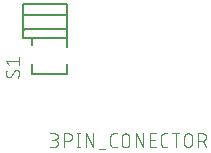
<source format=gbr>
G04 EAGLE Gerber X2 export*
%TF.Part,Single*%
%TF.FileFunction,Legend,Top,1*%
%TF.FilePolarity,Positive*%
%TF.GenerationSoftware,Autodesk,EAGLE,9.1.0*%
%TF.CreationDate,2020-08-17T16:39:21Z*%
G75*
%MOMM*%
%FSLAX34Y34*%
%LPD*%
%AMOC8*
5,1,8,0,0,1.08239X$1,22.5*%
G01*
%ADD10C,0.127000*%
%ADD11C,0.101600*%


D10*
X50000Y93400D02*
X80000Y93400D01*
X80000Y100400D02*
X44500Y100400D01*
X42500Y112400D02*
X80000Y112400D01*
X80000Y121400D02*
X42500Y121400D01*
X44500Y100400D02*
X44413Y100398D01*
X44326Y100392D01*
X44239Y100383D01*
X44153Y100370D01*
X44067Y100353D01*
X43982Y100332D01*
X43899Y100307D01*
X43816Y100279D01*
X43735Y100248D01*
X43655Y100213D01*
X43577Y100174D01*
X43500Y100132D01*
X43425Y100087D01*
X43353Y100038D01*
X43282Y99987D01*
X43214Y99932D01*
X43149Y99875D01*
X43086Y99814D01*
X43025Y99751D01*
X42968Y99686D01*
X42913Y99618D01*
X42862Y99547D01*
X42813Y99475D01*
X42768Y99400D01*
X42726Y99323D01*
X42687Y99245D01*
X42652Y99165D01*
X42621Y99084D01*
X42593Y99001D01*
X42568Y98918D01*
X42547Y98833D01*
X42530Y98747D01*
X42517Y98661D01*
X42508Y98574D01*
X42502Y98487D01*
X42500Y98400D01*
X42500Y93400D01*
X50000Y93400D01*
X80000Y93400D02*
X80000Y100400D01*
X80000Y112400D02*
X80000Y121400D01*
X80000Y112400D02*
X80000Y100400D01*
X42500Y112400D02*
X42500Y121400D01*
X42500Y112400D02*
X42500Y98900D01*
X50000Y93400D02*
X50000Y86900D01*
X80000Y85400D02*
X80000Y93400D01*
X50000Y70900D02*
X50000Y62400D01*
X80000Y62400D01*
X80000Y70900D01*
D11*
X39483Y63296D02*
X39481Y63395D01*
X39475Y63495D01*
X39466Y63594D01*
X39453Y63693D01*
X39435Y63791D01*
X39415Y63888D01*
X39390Y63984D01*
X39362Y64080D01*
X39330Y64174D01*
X39295Y64267D01*
X39256Y64359D01*
X39213Y64449D01*
X39167Y64537D01*
X39118Y64624D01*
X39066Y64708D01*
X39010Y64791D01*
X38951Y64871D01*
X38889Y64949D01*
X38825Y65025D01*
X38757Y65098D01*
X38687Y65168D01*
X38614Y65236D01*
X38538Y65300D01*
X38460Y65362D01*
X38380Y65421D01*
X38297Y65477D01*
X38213Y65529D01*
X38126Y65578D01*
X38038Y65624D01*
X37948Y65667D01*
X37856Y65706D01*
X37763Y65741D01*
X37669Y65773D01*
X37573Y65801D01*
X37477Y65826D01*
X37380Y65846D01*
X37282Y65864D01*
X37183Y65877D01*
X37084Y65886D01*
X36985Y65892D01*
X36885Y65894D01*
X39482Y63296D02*
X39480Y63152D01*
X39474Y63007D01*
X39465Y62863D01*
X39452Y62719D01*
X39435Y62576D01*
X39414Y62433D01*
X39389Y62291D01*
X39361Y62149D01*
X39329Y62008D01*
X39293Y61868D01*
X39254Y61730D01*
X39211Y61592D01*
X39164Y61455D01*
X39114Y61320D01*
X39060Y61186D01*
X39003Y61053D01*
X38942Y60922D01*
X38878Y60793D01*
X38810Y60665D01*
X38739Y60539D01*
X38665Y60415D01*
X38588Y60293D01*
X38507Y60174D01*
X38423Y60056D01*
X38336Y59941D01*
X38247Y59828D01*
X38154Y59717D01*
X38058Y59609D01*
X37960Y59503D01*
X37859Y59400D01*
X30391Y59724D02*
X30291Y59726D01*
X30192Y59732D01*
X30093Y59741D01*
X29994Y59754D01*
X29896Y59772D01*
X29799Y59792D01*
X29703Y59817D01*
X29607Y59845D01*
X29513Y59877D01*
X29420Y59912D01*
X29328Y59951D01*
X29238Y59994D01*
X29150Y60040D01*
X29063Y60089D01*
X28979Y60141D01*
X28896Y60197D01*
X28816Y60256D01*
X28738Y60318D01*
X28662Y60382D01*
X28589Y60450D01*
X28519Y60520D01*
X28451Y60593D01*
X28387Y60669D01*
X28325Y60747D01*
X28266Y60827D01*
X28210Y60910D01*
X28158Y60994D01*
X28109Y61081D01*
X28063Y61169D01*
X28020Y61259D01*
X27981Y61351D01*
X27946Y61444D01*
X27914Y61538D01*
X27886Y61634D01*
X27861Y61730D01*
X27841Y61827D01*
X27823Y61925D01*
X27810Y62024D01*
X27801Y62123D01*
X27795Y62222D01*
X27793Y62322D01*
X27794Y62322D02*
X27796Y62458D01*
X27802Y62594D01*
X27811Y62730D01*
X27824Y62866D01*
X27842Y63001D01*
X27862Y63136D01*
X27887Y63270D01*
X27915Y63403D01*
X27948Y63535D01*
X27983Y63667D01*
X28023Y63797D01*
X28066Y63927D01*
X28113Y64055D01*
X28163Y64181D01*
X28217Y64306D01*
X28274Y64430D01*
X28335Y64552D01*
X28399Y64672D01*
X28466Y64791D01*
X28537Y64907D01*
X28611Y65022D01*
X28688Y65134D01*
X28768Y65244D01*
X32664Y61024D02*
X32611Y60937D01*
X32554Y60853D01*
X32494Y60771D01*
X32432Y60691D01*
X32366Y60614D01*
X32297Y60539D01*
X32226Y60468D01*
X32151Y60398D01*
X32075Y60332D01*
X31995Y60269D01*
X31914Y60209D01*
X31830Y60152D01*
X31744Y60098D01*
X31656Y60048D01*
X31566Y60001D01*
X31474Y59958D01*
X31381Y59918D01*
X31286Y59881D01*
X31190Y59849D01*
X31093Y59820D01*
X30994Y59795D01*
X30895Y59774D01*
X30795Y59756D01*
X30695Y59743D01*
X30594Y59733D01*
X30492Y59727D01*
X30391Y59725D01*
X34612Y64595D02*
X34665Y64682D01*
X34722Y64766D01*
X34782Y64848D01*
X34844Y64928D01*
X34910Y65005D01*
X34979Y65080D01*
X35050Y65152D01*
X35125Y65221D01*
X35201Y65287D01*
X35281Y65350D01*
X35362Y65410D01*
X35446Y65467D01*
X35532Y65521D01*
X35620Y65571D01*
X35710Y65618D01*
X35802Y65661D01*
X35895Y65701D01*
X35990Y65738D01*
X36086Y65770D01*
X36183Y65799D01*
X36282Y65824D01*
X36381Y65845D01*
X36481Y65863D01*
X36581Y65876D01*
X36682Y65886D01*
X36784Y65892D01*
X36885Y65894D01*
X34612Y64595D02*
X32664Y61024D01*
X30391Y70453D02*
X27793Y73700D01*
X39482Y73700D01*
X39482Y70453D02*
X39482Y76947D01*
X65508Y508D02*
X68754Y508D01*
X68867Y510D01*
X68980Y516D01*
X69093Y526D01*
X69206Y540D01*
X69318Y557D01*
X69429Y579D01*
X69539Y604D01*
X69649Y634D01*
X69757Y667D01*
X69864Y704D01*
X69970Y744D01*
X70074Y789D01*
X70177Y837D01*
X70278Y888D01*
X70377Y943D01*
X70474Y1001D01*
X70569Y1063D01*
X70662Y1128D01*
X70752Y1196D01*
X70840Y1267D01*
X70926Y1342D01*
X71009Y1419D01*
X71089Y1499D01*
X71166Y1582D01*
X71241Y1668D01*
X71312Y1756D01*
X71380Y1846D01*
X71445Y1939D01*
X71507Y2034D01*
X71565Y2131D01*
X71620Y2230D01*
X71671Y2331D01*
X71719Y2434D01*
X71764Y2538D01*
X71804Y2644D01*
X71841Y2751D01*
X71874Y2859D01*
X71904Y2969D01*
X71929Y3079D01*
X71951Y3190D01*
X71968Y3302D01*
X71982Y3415D01*
X71992Y3528D01*
X71998Y3641D01*
X72000Y3754D01*
X71998Y3867D01*
X71992Y3980D01*
X71982Y4093D01*
X71968Y4206D01*
X71951Y4318D01*
X71929Y4429D01*
X71904Y4539D01*
X71874Y4649D01*
X71841Y4757D01*
X71804Y4864D01*
X71764Y4970D01*
X71719Y5074D01*
X71671Y5177D01*
X71620Y5278D01*
X71565Y5377D01*
X71507Y5474D01*
X71445Y5569D01*
X71380Y5662D01*
X71312Y5752D01*
X71241Y5840D01*
X71166Y5926D01*
X71089Y6009D01*
X71009Y6089D01*
X70926Y6166D01*
X70840Y6241D01*
X70752Y6312D01*
X70662Y6380D01*
X70569Y6445D01*
X70474Y6507D01*
X70377Y6565D01*
X70278Y6620D01*
X70177Y6671D01*
X70074Y6719D01*
X69970Y6764D01*
X69864Y6804D01*
X69757Y6841D01*
X69649Y6874D01*
X69539Y6904D01*
X69429Y6929D01*
X69318Y6951D01*
X69206Y6968D01*
X69093Y6982D01*
X68980Y6992D01*
X68867Y6998D01*
X68754Y7000D01*
X69403Y12192D02*
X65508Y12192D01*
X69403Y12192D02*
X69504Y12190D01*
X69604Y12184D01*
X69704Y12174D01*
X69804Y12161D01*
X69903Y12143D01*
X70002Y12122D01*
X70099Y12097D01*
X70196Y12068D01*
X70291Y12035D01*
X70385Y11999D01*
X70477Y11959D01*
X70568Y11916D01*
X70657Y11869D01*
X70744Y11819D01*
X70830Y11765D01*
X70913Y11708D01*
X70993Y11648D01*
X71072Y11585D01*
X71148Y11518D01*
X71221Y11449D01*
X71291Y11377D01*
X71359Y11303D01*
X71424Y11226D01*
X71485Y11146D01*
X71544Y11064D01*
X71599Y10980D01*
X71651Y10894D01*
X71700Y10806D01*
X71745Y10716D01*
X71787Y10624D01*
X71825Y10531D01*
X71859Y10436D01*
X71890Y10341D01*
X71917Y10244D01*
X71940Y10146D01*
X71960Y10047D01*
X71975Y9947D01*
X71987Y9847D01*
X71995Y9747D01*
X71999Y9646D01*
X71999Y9546D01*
X71995Y9445D01*
X71987Y9345D01*
X71975Y9245D01*
X71960Y9145D01*
X71940Y9046D01*
X71917Y8948D01*
X71890Y8851D01*
X71859Y8756D01*
X71825Y8661D01*
X71787Y8568D01*
X71745Y8476D01*
X71700Y8386D01*
X71651Y8298D01*
X71599Y8212D01*
X71544Y8128D01*
X71485Y8046D01*
X71424Y7966D01*
X71359Y7889D01*
X71291Y7815D01*
X71221Y7743D01*
X71148Y7674D01*
X71072Y7607D01*
X70993Y7544D01*
X70913Y7484D01*
X70830Y7427D01*
X70744Y7373D01*
X70657Y7323D01*
X70568Y7276D01*
X70477Y7233D01*
X70385Y7193D01*
X70291Y7157D01*
X70196Y7124D01*
X70099Y7095D01*
X70002Y7070D01*
X69903Y7049D01*
X69804Y7031D01*
X69704Y7018D01*
X69604Y7008D01*
X69504Y7002D01*
X69403Y7000D01*
X69403Y6999D02*
X66806Y6999D01*
X77488Y12192D02*
X77488Y508D01*
X77488Y12192D02*
X80734Y12192D01*
X80847Y12190D01*
X80960Y12184D01*
X81073Y12174D01*
X81186Y12160D01*
X81298Y12143D01*
X81409Y12121D01*
X81519Y12096D01*
X81629Y12066D01*
X81737Y12033D01*
X81844Y11996D01*
X81950Y11956D01*
X82054Y11911D01*
X82157Y11863D01*
X82258Y11812D01*
X82357Y11757D01*
X82454Y11699D01*
X82549Y11637D01*
X82642Y11572D01*
X82732Y11504D01*
X82820Y11433D01*
X82906Y11358D01*
X82989Y11281D01*
X83069Y11201D01*
X83146Y11118D01*
X83221Y11032D01*
X83292Y10944D01*
X83360Y10854D01*
X83425Y10761D01*
X83487Y10666D01*
X83545Y10569D01*
X83600Y10470D01*
X83651Y10369D01*
X83699Y10266D01*
X83744Y10162D01*
X83784Y10056D01*
X83821Y9949D01*
X83854Y9841D01*
X83884Y9731D01*
X83909Y9621D01*
X83931Y9510D01*
X83948Y9398D01*
X83962Y9285D01*
X83972Y9172D01*
X83978Y9059D01*
X83980Y8946D01*
X83978Y8833D01*
X83972Y8720D01*
X83962Y8607D01*
X83948Y8494D01*
X83931Y8382D01*
X83909Y8271D01*
X83884Y8161D01*
X83854Y8051D01*
X83821Y7943D01*
X83784Y7836D01*
X83744Y7730D01*
X83699Y7626D01*
X83651Y7523D01*
X83600Y7422D01*
X83545Y7323D01*
X83487Y7226D01*
X83425Y7131D01*
X83360Y7038D01*
X83292Y6948D01*
X83221Y6860D01*
X83146Y6774D01*
X83069Y6691D01*
X82989Y6611D01*
X82906Y6534D01*
X82820Y6459D01*
X82732Y6388D01*
X82642Y6320D01*
X82549Y6255D01*
X82454Y6193D01*
X82357Y6135D01*
X82258Y6080D01*
X82157Y6029D01*
X82054Y5981D01*
X81950Y5936D01*
X81844Y5896D01*
X81737Y5859D01*
X81629Y5826D01*
X81519Y5796D01*
X81409Y5771D01*
X81298Y5749D01*
X81186Y5732D01*
X81073Y5718D01*
X80960Y5708D01*
X80847Y5702D01*
X80734Y5700D01*
X80734Y5701D02*
X77488Y5701D01*
X89328Y508D02*
X89328Y12192D01*
X88029Y508D02*
X90626Y508D01*
X90626Y12192D02*
X88029Y12192D01*
X95607Y12192D02*
X95607Y508D01*
X102098Y508D02*
X95607Y12192D01*
X102098Y12192D02*
X102098Y508D01*
X106924Y-790D02*
X112117Y-790D01*
X119125Y508D02*
X121722Y508D01*
X119125Y508D02*
X119026Y510D01*
X118926Y516D01*
X118827Y525D01*
X118729Y538D01*
X118631Y555D01*
X118533Y576D01*
X118437Y601D01*
X118342Y629D01*
X118248Y661D01*
X118155Y696D01*
X118063Y735D01*
X117973Y778D01*
X117885Y823D01*
X117798Y873D01*
X117714Y925D01*
X117631Y981D01*
X117551Y1039D01*
X117473Y1101D01*
X117398Y1166D01*
X117325Y1234D01*
X117255Y1304D01*
X117187Y1377D01*
X117122Y1452D01*
X117060Y1530D01*
X117002Y1610D01*
X116946Y1693D01*
X116894Y1777D01*
X116844Y1864D01*
X116799Y1952D01*
X116756Y2042D01*
X116717Y2134D01*
X116682Y2227D01*
X116650Y2321D01*
X116622Y2416D01*
X116597Y2512D01*
X116576Y2610D01*
X116559Y2708D01*
X116546Y2806D01*
X116537Y2905D01*
X116531Y3005D01*
X116529Y3104D01*
X116529Y9596D01*
X116531Y9695D01*
X116537Y9795D01*
X116546Y9894D01*
X116559Y9992D01*
X116576Y10090D01*
X116597Y10188D01*
X116622Y10284D01*
X116650Y10379D01*
X116682Y10473D01*
X116717Y10566D01*
X116756Y10658D01*
X116799Y10748D01*
X116844Y10836D01*
X116894Y10923D01*
X116946Y11007D01*
X117002Y11090D01*
X117060Y11170D01*
X117122Y11248D01*
X117187Y11323D01*
X117255Y11396D01*
X117325Y11466D01*
X117398Y11534D01*
X117473Y11599D01*
X117551Y11661D01*
X117631Y11719D01*
X117714Y11775D01*
X117798Y11827D01*
X117885Y11877D01*
X117973Y11922D01*
X118063Y11965D01*
X118155Y12004D01*
X118247Y12039D01*
X118342Y12071D01*
X118437Y12099D01*
X118533Y12124D01*
X118631Y12145D01*
X118729Y12162D01*
X118827Y12175D01*
X118926Y12184D01*
X119026Y12190D01*
X119125Y12192D01*
X121722Y12192D01*
X126087Y8946D02*
X126087Y3754D01*
X126086Y8946D02*
X126088Y9059D01*
X126094Y9172D01*
X126104Y9285D01*
X126118Y9398D01*
X126135Y9510D01*
X126157Y9621D01*
X126182Y9731D01*
X126212Y9841D01*
X126245Y9949D01*
X126282Y10056D01*
X126322Y10162D01*
X126367Y10266D01*
X126415Y10369D01*
X126466Y10470D01*
X126521Y10569D01*
X126579Y10666D01*
X126641Y10761D01*
X126706Y10854D01*
X126774Y10944D01*
X126845Y11032D01*
X126920Y11118D01*
X126997Y11201D01*
X127077Y11281D01*
X127160Y11358D01*
X127246Y11433D01*
X127334Y11504D01*
X127424Y11572D01*
X127517Y11637D01*
X127612Y11699D01*
X127709Y11757D01*
X127808Y11812D01*
X127909Y11863D01*
X128012Y11911D01*
X128116Y11956D01*
X128222Y11996D01*
X128329Y12033D01*
X128437Y12066D01*
X128547Y12096D01*
X128657Y12121D01*
X128768Y12143D01*
X128880Y12160D01*
X128993Y12174D01*
X129106Y12184D01*
X129219Y12190D01*
X129332Y12192D01*
X129445Y12190D01*
X129558Y12184D01*
X129671Y12174D01*
X129784Y12160D01*
X129896Y12143D01*
X130007Y12121D01*
X130117Y12096D01*
X130227Y12066D01*
X130335Y12033D01*
X130442Y11996D01*
X130548Y11956D01*
X130652Y11911D01*
X130755Y11863D01*
X130856Y11812D01*
X130955Y11757D01*
X131052Y11699D01*
X131147Y11637D01*
X131240Y11572D01*
X131330Y11504D01*
X131418Y11433D01*
X131504Y11358D01*
X131587Y11281D01*
X131667Y11201D01*
X131744Y11118D01*
X131819Y11032D01*
X131890Y10944D01*
X131958Y10854D01*
X132023Y10761D01*
X132085Y10666D01*
X132143Y10569D01*
X132198Y10470D01*
X132249Y10369D01*
X132297Y10266D01*
X132342Y10162D01*
X132382Y10056D01*
X132419Y9949D01*
X132452Y9841D01*
X132482Y9731D01*
X132507Y9621D01*
X132529Y9510D01*
X132546Y9398D01*
X132560Y9285D01*
X132570Y9172D01*
X132576Y9059D01*
X132578Y8946D01*
X132578Y3754D01*
X132576Y3641D01*
X132570Y3528D01*
X132560Y3415D01*
X132546Y3302D01*
X132529Y3190D01*
X132507Y3079D01*
X132482Y2969D01*
X132452Y2859D01*
X132419Y2751D01*
X132382Y2644D01*
X132342Y2538D01*
X132297Y2434D01*
X132249Y2331D01*
X132198Y2230D01*
X132143Y2131D01*
X132085Y2034D01*
X132023Y1939D01*
X131958Y1846D01*
X131890Y1756D01*
X131819Y1668D01*
X131744Y1582D01*
X131667Y1499D01*
X131587Y1419D01*
X131504Y1342D01*
X131418Y1267D01*
X131330Y1196D01*
X131240Y1128D01*
X131147Y1063D01*
X131052Y1001D01*
X130955Y943D01*
X130856Y888D01*
X130755Y837D01*
X130652Y789D01*
X130548Y744D01*
X130442Y704D01*
X130335Y667D01*
X130227Y634D01*
X130117Y604D01*
X130007Y579D01*
X129896Y557D01*
X129784Y540D01*
X129671Y526D01*
X129558Y516D01*
X129445Y510D01*
X129332Y508D01*
X129219Y510D01*
X129106Y516D01*
X128993Y526D01*
X128880Y540D01*
X128768Y557D01*
X128657Y579D01*
X128547Y604D01*
X128437Y634D01*
X128329Y667D01*
X128222Y704D01*
X128116Y744D01*
X128012Y789D01*
X127909Y837D01*
X127808Y888D01*
X127709Y943D01*
X127612Y1001D01*
X127517Y1063D01*
X127424Y1128D01*
X127334Y1196D01*
X127246Y1267D01*
X127160Y1342D01*
X127077Y1419D01*
X126997Y1499D01*
X126920Y1582D01*
X126845Y1668D01*
X126774Y1756D01*
X126706Y1846D01*
X126641Y1939D01*
X126579Y2034D01*
X126521Y2131D01*
X126466Y2230D01*
X126415Y2331D01*
X126367Y2434D01*
X126322Y2538D01*
X126282Y2644D01*
X126245Y2751D01*
X126212Y2859D01*
X126182Y2969D01*
X126157Y3079D01*
X126135Y3190D01*
X126118Y3302D01*
X126104Y3415D01*
X126094Y3528D01*
X126088Y3641D01*
X126086Y3754D01*
X137898Y508D02*
X137898Y12192D01*
X144389Y508D01*
X144389Y12192D01*
X150112Y508D02*
X155305Y508D01*
X150112Y508D02*
X150112Y12192D01*
X155305Y12192D01*
X154007Y6999D02*
X150112Y6999D01*
X162178Y508D02*
X164775Y508D01*
X162178Y508D02*
X162079Y510D01*
X161979Y516D01*
X161880Y525D01*
X161782Y538D01*
X161684Y555D01*
X161586Y576D01*
X161490Y601D01*
X161395Y629D01*
X161301Y661D01*
X161208Y696D01*
X161116Y735D01*
X161026Y778D01*
X160938Y823D01*
X160851Y873D01*
X160767Y925D01*
X160684Y981D01*
X160604Y1039D01*
X160526Y1101D01*
X160451Y1166D01*
X160378Y1234D01*
X160308Y1304D01*
X160240Y1377D01*
X160175Y1452D01*
X160113Y1530D01*
X160055Y1610D01*
X159999Y1693D01*
X159947Y1777D01*
X159897Y1864D01*
X159852Y1952D01*
X159809Y2042D01*
X159770Y2134D01*
X159735Y2227D01*
X159703Y2321D01*
X159675Y2416D01*
X159650Y2512D01*
X159629Y2610D01*
X159612Y2708D01*
X159599Y2806D01*
X159590Y2905D01*
X159584Y3005D01*
X159582Y3104D01*
X159582Y9596D01*
X159584Y9695D01*
X159590Y9795D01*
X159599Y9894D01*
X159612Y9992D01*
X159629Y10090D01*
X159650Y10188D01*
X159675Y10284D01*
X159703Y10379D01*
X159735Y10473D01*
X159770Y10566D01*
X159809Y10658D01*
X159852Y10748D01*
X159897Y10836D01*
X159947Y10923D01*
X159999Y11007D01*
X160055Y11090D01*
X160113Y11170D01*
X160175Y11248D01*
X160240Y11323D01*
X160308Y11396D01*
X160378Y11466D01*
X160451Y11534D01*
X160526Y11599D01*
X160604Y11661D01*
X160684Y11719D01*
X160767Y11775D01*
X160851Y11827D01*
X160938Y11877D01*
X161026Y11922D01*
X161116Y11965D01*
X161208Y12004D01*
X161300Y12039D01*
X161395Y12071D01*
X161490Y12099D01*
X161586Y12124D01*
X161684Y12145D01*
X161782Y12162D01*
X161880Y12175D01*
X161979Y12184D01*
X162079Y12190D01*
X162178Y12192D01*
X164775Y12192D01*
X171623Y12192D02*
X171623Y508D01*
X168378Y12192D02*
X174869Y12192D01*
X179046Y8946D02*
X179046Y3754D01*
X179045Y8946D02*
X179047Y9059D01*
X179053Y9172D01*
X179063Y9285D01*
X179077Y9398D01*
X179094Y9510D01*
X179116Y9621D01*
X179141Y9731D01*
X179171Y9841D01*
X179204Y9949D01*
X179241Y10056D01*
X179281Y10162D01*
X179326Y10266D01*
X179374Y10369D01*
X179425Y10470D01*
X179480Y10569D01*
X179538Y10666D01*
X179600Y10761D01*
X179665Y10854D01*
X179733Y10944D01*
X179804Y11032D01*
X179879Y11118D01*
X179956Y11201D01*
X180036Y11281D01*
X180119Y11358D01*
X180205Y11433D01*
X180293Y11504D01*
X180383Y11572D01*
X180476Y11637D01*
X180571Y11699D01*
X180668Y11757D01*
X180767Y11812D01*
X180868Y11863D01*
X180971Y11911D01*
X181075Y11956D01*
X181181Y11996D01*
X181288Y12033D01*
X181396Y12066D01*
X181506Y12096D01*
X181616Y12121D01*
X181727Y12143D01*
X181839Y12160D01*
X181952Y12174D01*
X182065Y12184D01*
X182178Y12190D01*
X182291Y12192D01*
X182404Y12190D01*
X182517Y12184D01*
X182630Y12174D01*
X182743Y12160D01*
X182855Y12143D01*
X182966Y12121D01*
X183076Y12096D01*
X183186Y12066D01*
X183294Y12033D01*
X183401Y11996D01*
X183507Y11956D01*
X183611Y11911D01*
X183714Y11863D01*
X183815Y11812D01*
X183914Y11757D01*
X184011Y11699D01*
X184106Y11637D01*
X184199Y11572D01*
X184289Y11504D01*
X184377Y11433D01*
X184463Y11358D01*
X184546Y11281D01*
X184626Y11201D01*
X184703Y11118D01*
X184778Y11032D01*
X184849Y10944D01*
X184917Y10854D01*
X184982Y10761D01*
X185044Y10666D01*
X185102Y10569D01*
X185157Y10470D01*
X185208Y10369D01*
X185256Y10266D01*
X185301Y10162D01*
X185341Y10056D01*
X185378Y9949D01*
X185411Y9841D01*
X185441Y9731D01*
X185466Y9621D01*
X185488Y9510D01*
X185505Y9398D01*
X185519Y9285D01*
X185529Y9172D01*
X185535Y9059D01*
X185537Y8946D01*
X185537Y3754D01*
X185535Y3641D01*
X185529Y3528D01*
X185519Y3415D01*
X185505Y3302D01*
X185488Y3190D01*
X185466Y3079D01*
X185441Y2969D01*
X185411Y2859D01*
X185378Y2751D01*
X185341Y2644D01*
X185301Y2538D01*
X185256Y2434D01*
X185208Y2331D01*
X185157Y2230D01*
X185102Y2131D01*
X185044Y2034D01*
X184982Y1939D01*
X184917Y1846D01*
X184849Y1756D01*
X184778Y1668D01*
X184703Y1582D01*
X184626Y1499D01*
X184546Y1419D01*
X184463Y1342D01*
X184377Y1267D01*
X184289Y1196D01*
X184199Y1128D01*
X184106Y1063D01*
X184011Y1001D01*
X183914Y943D01*
X183815Y888D01*
X183714Y837D01*
X183611Y789D01*
X183507Y744D01*
X183401Y704D01*
X183294Y667D01*
X183186Y634D01*
X183076Y604D01*
X182966Y579D01*
X182855Y557D01*
X182743Y540D01*
X182630Y526D01*
X182517Y516D01*
X182404Y510D01*
X182291Y508D01*
X182178Y510D01*
X182065Y516D01*
X181952Y526D01*
X181839Y540D01*
X181727Y557D01*
X181616Y579D01*
X181506Y604D01*
X181396Y634D01*
X181288Y667D01*
X181181Y704D01*
X181075Y744D01*
X180971Y789D01*
X180868Y837D01*
X180767Y888D01*
X180668Y943D01*
X180571Y1001D01*
X180476Y1063D01*
X180383Y1128D01*
X180293Y1196D01*
X180205Y1267D01*
X180119Y1342D01*
X180036Y1419D01*
X179956Y1499D01*
X179879Y1582D01*
X179804Y1668D01*
X179733Y1756D01*
X179665Y1846D01*
X179600Y1939D01*
X179538Y2034D01*
X179480Y2131D01*
X179425Y2230D01*
X179374Y2331D01*
X179326Y2434D01*
X179281Y2538D01*
X179241Y2644D01*
X179204Y2751D01*
X179171Y2859D01*
X179141Y2969D01*
X179116Y3079D01*
X179094Y3190D01*
X179077Y3302D01*
X179063Y3415D01*
X179053Y3528D01*
X179047Y3641D01*
X179045Y3754D01*
X190930Y508D02*
X190930Y12192D01*
X194176Y12192D01*
X194289Y12190D01*
X194402Y12184D01*
X194515Y12174D01*
X194628Y12160D01*
X194740Y12143D01*
X194851Y12121D01*
X194961Y12096D01*
X195071Y12066D01*
X195179Y12033D01*
X195286Y11996D01*
X195392Y11956D01*
X195496Y11911D01*
X195599Y11863D01*
X195700Y11812D01*
X195799Y11757D01*
X195896Y11699D01*
X195991Y11637D01*
X196084Y11572D01*
X196174Y11504D01*
X196262Y11433D01*
X196348Y11358D01*
X196431Y11281D01*
X196511Y11201D01*
X196588Y11118D01*
X196663Y11032D01*
X196734Y10944D01*
X196802Y10854D01*
X196867Y10761D01*
X196929Y10666D01*
X196987Y10569D01*
X197042Y10470D01*
X197093Y10369D01*
X197141Y10266D01*
X197186Y10162D01*
X197226Y10056D01*
X197263Y9949D01*
X197296Y9841D01*
X197326Y9731D01*
X197351Y9621D01*
X197373Y9510D01*
X197390Y9398D01*
X197404Y9285D01*
X197414Y9172D01*
X197420Y9059D01*
X197422Y8946D01*
X197420Y8833D01*
X197414Y8720D01*
X197404Y8607D01*
X197390Y8494D01*
X197373Y8382D01*
X197351Y8271D01*
X197326Y8161D01*
X197296Y8051D01*
X197263Y7943D01*
X197226Y7836D01*
X197186Y7730D01*
X197141Y7626D01*
X197093Y7523D01*
X197042Y7422D01*
X196987Y7323D01*
X196929Y7226D01*
X196867Y7131D01*
X196802Y7038D01*
X196734Y6948D01*
X196663Y6860D01*
X196588Y6774D01*
X196511Y6691D01*
X196431Y6611D01*
X196348Y6534D01*
X196262Y6459D01*
X196174Y6388D01*
X196084Y6320D01*
X195991Y6255D01*
X195896Y6193D01*
X195799Y6135D01*
X195700Y6080D01*
X195599Y6029D01*
X195496Y5981D01*
X195392Y5936D01*
X195286Y5896D01*
X195179Y5859D01*
X195071Y5826D01*
X194961Y5796D01*
X194851Y5771D01*
X194740Y5749D01*
X194628Y5732D01*
X194515Y5718D01*
X194402Y5708D01*
X194289Y5702D01*
X194176Y5700D01*
X194176Y5701D02*
X190930Y5701D01*
X194825Y5701D02*
X197422Y508D01*
M02*

</source>
